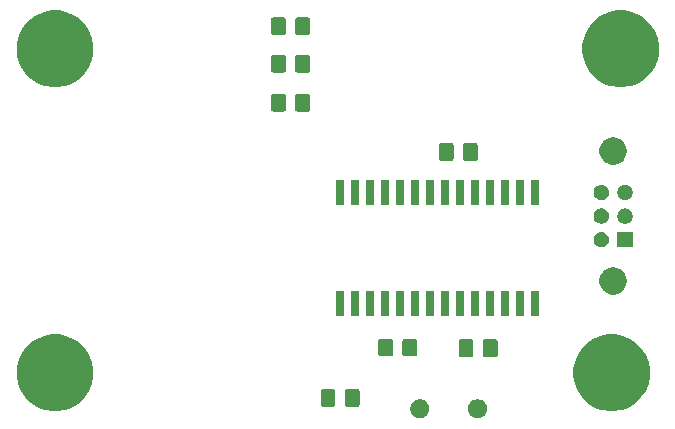
<source format=gbr>
G04 #@! TF.GenerationSoftware,KiCad,Pcbnew,(5.0.0)*
G04 #@! TF.CreationDate,2019-04-17T22:55:46-04:00*
G04 #@! TF.ProjectId,gps,6770732E6B696361645F706362000000,rev?*
G04 #@! TF.SameCoordinates,Original*
G04 #@! TF.FileFunction,Soldermask,Bot*
G04 #@! TF.FilePolarity,Negative*
%FSLAX46Y46*%
G04 Gerber Fmt 4.6, Leading zero omitted, Abs format (unit mm)*
G04 Created by KiCad (PCBNEW (5.0.0)) date 04/17/19 22:55:46*
%MOMM*%
%LPD*%
G01*
G04 APERTURE LIST*
%ADD10C,0.100000*%
G04 APERTURE END LIST*
D10*
G36*
X142676843Y-102607781D02*
X142822615Y-102668162D01*
X142953811Y-102755824D01*
X143065376Y-102867389D01*
X143153038Y-102998585D01*
X143213419Y-103144357D01*
X143244200Y-103299107D01*
X143244200Y-103456893D01*
X143213419Y-103611643D01*
X143153038Y-103757415D01*
X143065376Y-103888611D01*
X142953811Y-104000176D01*
X142822615Y-104087838D01*
X142676843Y-104148219D01*
X142522093Y-104179000D01*
X142364307Y-104179000D01*
X142209557Y-104148219D01*
X142063785Y-104087838D01*
X141932589Y-104000176D01*
X141821024Y-103888611D01*
X141733362Y-103757415D01*
X141672981Y-103611643D01*
X141642200Y-103456893D01*
X141642200Y-103299107D01*
X141672981Y-103144357D01*
X141733362Y-102998585D01*
X141821024Y-102867389D01*
X141932589Y-102755824D01*
X142063785Y-102668162D01*
X142209557Y-102607781D01*
X142364307Y-102577000D01*
X142522093Y-102577000D01*
X142676843Y-102607781D01*
X142676843Y-102607781D01*
G37*
G36*
X137796843Y-102607781D02*
X137942615Y-102668162D01*
X138073811Y-102755824D01*
X138185376Y-102867389D01*
X138273038Y-102998585D01*
X138333419Y-103144357D01*
X138364200Y-103299107D01*
X138364200Y-103456893D01*
X138333419Y-103611643D01*
X138273038Y-103757415D01*
X138185376Y-103888611D01*
X138073811Y-104000176D01*
X137942615Y-104087838D01*
X137796843Y-104148219D01*
X137642093Y-104179000D01*
X137484307Y-104179000D01*
X137329557Y-104148219D01*
X137183785Y-104087838D01*
X137052589Y-104000176D01*
X136941024Y-103888611D01*
X136853362Y-103757415D01*
X136792981Y-103611643D01*
X136762200Y-103456893D01*
X136762200Y-103299107D01*
X136792981Y-103144357D01*
X136853362Y-102998585D01*
X136941024Y-102867389D01*
X137052589Y-102755824D01*
X137183785Y-102668162D01*
X137329557Y-102607781D01*
X137484307Y-102577000D01*
X137642093Y-102577000D01*
X137796843Y-102607781D01*
X137796843Y-102607781D01*
G37*
G36*
X107314239Y-97141467D02*
X107628282Y-97203934D01*
X108219926Y-97449001D01*
X108697899Y-97768373D01*
X108752395Y-97804786D01*
X109205214Y-98257605D01*
X109205216Y-98257608D01*
X109560999Y-98790074D01*
X109806066Y-99381718D01*
X109931000Y-100009804D01*
X109931000Y-100650196D01*
X109806066Y-101278282D01*
X109560999Y-101869926D01*
X109207615Y-102398802D01*
X109205214Y-102402395D01*
X108752395Y-102855214D01*
X108752392Y-102855216D01*
X108219926Y-103210999D01*
X107628282Y-103456066D01*
X107314239Y-103518533D01*
X107000197Y-103581000D01*
X106359803Y-103581000D01*
X106045761Y-103518533D01*
X105731718Y-103456066D01*
X105140074Y-103210999D01*
X104607608Y-102855216D01*
X104607605Y-102855214D01*
X104154786Y-102402395D01*
X104152385Y-102398802D01*
X103799001Y-101869926D01*
X103553934Y-101278282D01*
X103429000Y-100650196D01*
X103429000Y-100009804D01*
X103553934Y-99381718D01*
X103799001Y-98790074D01*
X104154784Y-98257608D01*
X104154786Y-98257605D01*
X104607605Y-97804786D01*
X104662101Y-97768373D01*
X105140074Y-97449001D01*
X105731718Y-97203934D01*
X106045761Y-97141467D01*
X106359803Y-97079000D01*
X107000197Y-97079000D01*
X107314239Y-97141467D01*
X107314239Y-97141467D01*
G37*
G36*
X154431239Y-97141467D02*
X154745282Y-97203934D01*
X155336926Y-97449001D01*
X155814899Y-97768373D01*
X155869395Y-97804786D01*
X156322214Y-98257605D01*
X156322216Y-98257608D01*
X156677999Y-98790074D01*
X156923066Y-99381718D01*
X157048000Y-100009804D01*
X157048000Y-100650196D01*
X156923066Y-101278282D01*
X156677999Y-101869926D01*
X156324615Y-102398802D01*
X156322214Y-102402395D01*
X155869395Y-102855214D01*
X155869392Y-102855216D01*
X155336926Y-103210999D01*
X154745282Y-103456066D01*
X154431239Y-103518533D01*
X154117197Y-103581000D01*
X153476803Y-103581000D01*
X153162761Y-103518533D01*
X152848718Y-103456066D01*
X152257074Y-103210999D01*
X151724608Y-102855216D01*
X151724605Y-102855214D01*
X151271786Y-102402395D01*
X151269385Y-102398802D01*
X150916001Y-101869926D01*
X150670934Y-101278282D01*
X150546000Y-100650196D01*
X150546000Y-100009804D01*
X150670934Y-99381718D01*
X150916001Y-98790074D01*
X151271784Y-98257608D01*
X151271786Y-98257605D01*
X151724605Y-97804786D01*
X151779101Y-97768373D01*
X152257074Y-97449001D01*
X152848718Y-97203934D01*
X153162761Y-97141467D01*
X153476803Y-97079000D01*
X154117197Y-97079000D01*
X154431239Y-97141467D01*
X154431239Y-97141467D01*
G37*
G36*
X130248677Y-101717065D02*
X130286364Y-101728498D01*
X130321103Y-101747066D01*
X130351548Y-101772052D01*
X130376534Y-101802497D01*
X130395102Y-101837236D01*
X130406535Y-101874923D01*
X130411000Y-101920261D01*
X130411000Y-103006939D01*
X130406535Y-103052277D01*
X130395102Y-103089964D01*
X130376534Y-103124703D01*
X130351548Y-103155148D01*
X130321103Y-103180134D01*
X130286364Y-103198702D01*
X130248677Y-103210135D01*
X130203339Y-103214600D01*
X129366661Y-103214600D01*
X129321323Y-103210135D01*
X129283636Y-103198702D01*
X129248897Y-103180134D01*
X129218452Y-103155148D01*
X129193466Y-103124703D01*
X129174898Y-103089964D01*
X129163465Y-103052277D01*
X129159000Y-103006939D01*
X129159000Y-101920261D01*
X129163465Y-101874923D01*
X129174898Y-101837236D01*
X129193466Y-101802497D01*
X129218452Y-101772052D01*
X129248897Y-101747066D01*
X129283636Y-101728498D01*
X129321323Y-101717065D01*
X129366661Y-101712600D01*
X130203339Y-101712600D01*
X130248677Y-101717065D01*
X130248677Y-101717065D01*
G37*
G36*
X132298677Y-101717065D02*
X132336364Y-101728498D01*
X132371103Y-101747066D01*
X132401548Y-101772052D01*
X132426534Y-101802497D01*
X132445102Y-101837236D01*
X132456535Y-101874923D01*
X132461000Y-101920261D01*
X132461000Y-103006939D01*
X132456535Y-103052277D01*
X132445102Y-103089964D01*
X132426534Y-103124703D01*
X132401548Y-103155148D01*
X132371103Y-103180134D01*
X132336364Y-103198702D01*
X132298677Y-103210135D01*
X132253339Y-103214600D01*
X131416661Y-103214600D01*
X131371323Y-103210135D01*
X131333636Y-103198702D01*
X131298897Y-103180134D01*
X131268452Y-103155148D01*
X131243466Y-103124703D01*
X131224898Y-103089964D01*
X131213465Y-103052277D01*
X131209000Y-103006939D01*
X131209000Y-101920261D01*
X131213465Y-101874923D01*
X131224898Y-101837236D01*
X131243466Y-101802497D01*
X131268452Y-101772052D01*
X131298897Y-101747066D01*
X131333636Y-101728498D01*
X131371323Y-101717065D01*
X131416661Y-101712600D01*
X132253339Y-101712600D01*
X132298677Y-101717065D01*
X132298677Y-101717065D01*
G37*
G36*
X141932677Y-97500665D02*
X141970364Y-97512098D01*
X142005103Y-97530666D01*
X142035548Y-97555652D01*
X142060534Y-97586097D01*
X142079102Y-97620836D01*
X142090535Y-97658523D01*
X142095000Y-97703861D01*
X142095000Y-98790539D01*
X142090535Y-98835877D01*
X142079102Y-98873564D01*
X142060534Y-98908303D01*
X142035548Y-98938748D01*
X142005103Y-98963734D01*
X141970364Y-98982302D01*
X141932677Y-98993735D01*
X141887339Y-98998200D01*
X141050661Y-98998200D01*
X141005323Y-98993735D01*
X140967636Y-98982302D01*
X140932897Y-98963734D01*
X140902452Y-98938748D01*
X140877466Y-98908303D01*
X140858898Y-98873564D01*
X140847465Y-98835877D01*
X140843000Y-98790539D01*
X140843000Y-97703861D01*
X140847465Y-97658523D01*
X140858898Y-97620836D01*
X140877466Y-97586097D01*
X140902452Y-97555652D01*
X140932897Y-97530666D01*
X140967636Y-97512098D01*
X141005323Y-97500665D01*
X141050661Y-97496200D01*
X141887339Y-97496200D01*
X141932677Y-97500665D01*
X141932677Y-97500665D01*
G37*
G36*
X143982677Y-97500665D02*
X144020364Y-97512098D01*
X144055103Y-97530666D01*
X144085548Y-97555652D01*
X144110534Y-97586097D01*
X144129102Y-97620836D01*
X144140535Y-97658523D01*
X144145000Y-97703861D01*
X144145000Y-98790539D01*
X144140535Y-98835877D01*
X144129102Y-98873564D01*
X144110534Y-98908303D01*
X144085548Y-98938748D01*
X144055103Y-98963734D01*
X144020364Y-98982302D01*
X143982677Y-98993735D01*
X143937339Y-98998200D01*
X143100661Y-98998200D01*
X143055323Y-98993735D01*
X143017636Y-98982302D01*
X142982897Y-98963734D01*
X142952452Y-98938748D01*
X142927466Y-98908303D01*
X142908898Y-98873564D01*
X142897465Y-98835877D01*
X142893000Y-98790539D01*
X142893000Y-97703861D01*
X142897465Y-97658523D01*
X142908898Y-97620836D01*
X142927466Y-97586097D01*
X142952452Y-97555652D01*
X142982897Y-97530666D01*
X143017636Y-97512098D01*
X143055323Y-97500665D01*
X143100661Y-97496200D01*
X143937339Y-97496200D01*
X143982677Y-97500665D01*
X143982677Y-97500665D01*
G37*
G36*
X135125477Y-97449865D02*
X135163164Y-97461298D01*
X135197903Y-97479866D01*
X135228348Y-97504852D01*
X135253334Y-97535297D01*
X135271902Y-97570036D01*
X135283335Y-97607723D01*
X135287800Y-97653061D01*
X135287800Y-98739739D01*
X135283335Y-98785077D01*
X135271902Y-98822764D01*
X135253334Y-98857503D01*
X135228348Y-98887948D01*
X135197903Y-98912934D01*
X135163164Y-98931502D01*
X135125477Y-98942935D01*
X135080139Y-98947400D01*
X134243461Y-98947400D01*
X134198123Y-98942935D01*
X134160436Y-98931502D01*
X134125697Y-98912934D01*
X134095252Y-98887948D01*
X134070266Y-98857503D01*
X134051698Y-98822764D01*
X134040265Y-98785077D01*
X134035800Y-98739739D01*
X134035800Y-97653061D01*
X134040265Y-97607723D01*
X134051698Y-97570036D01*
X134070266Y-97535297D01*
X134095252Y-97504852D01*
X134125697Y-97479866D01*
X134160436Y-97461298D01*
X134198123Y-97449865D01*
X134243461Y-97445400D01*
X135080139Y-97445400D01*
X135125477Y-97449865D01*
X135125477Y-97449865D01*
G37*
G36*
X137175477Y-97449865D02*
X137213164Y-97461298D01*
X137247903Y-97479866D01*
X137278348Y-97504852D01*
X137303334Y-97535297D01*
X137321902Y-97570036D01*
X137333335Y-97607723D01*
X137337800Y-97653061D01*
X137337800Y-98739739D01*
X137333335Y-98785077D01*
X137321902Y-98822764D01*
X137303334Y-98857503D01*
X137278348Y-98887948D01*
X137247903Y-98912934D01*
X137213164Y-98931502D01*
X137175477Y-98942935D01*
X137130139Y-98947400D01*
X136293461Y-98947400D01*
X136248123Y-98942935D01*
X136210436Y-98931502D01*
X136175697Y-98912934D01*
X136145252Y-98887948D01*
X136120266Y-98857503D01*
X136101698Y-98822764D01*
X136090265Y-98785077D01*
X136085800Y-98739739D01*
X136085800Y-97653061D01*
X136090265Y-97607723D01*
X136101698Y-97570036D01*
X136120266Y-97535297D01*
X136145252Y-97504852D01*
X136175697Y-97479866D01*
X136210436Y-97461298D01*
X136248123Y-97449865D01*
X136293461Y-97445400D01*
X137130139Y-97445400D01*
X137175477Y-97449865D01*
X137175477Y-97449865D01*
G37*
G36*
X146401000Y-95540000D02*
X145699000Y-95540000D01*
X145699000Y-93438000D01*
X146401000Y-93438000D01*
X146401000Y-95540000D01*
X146401000Y-95540000D01*
G37*
G36*
X131161000Y-95540000D02*
X130459000Y-95540000D01*
X130459000Y-93438000D01*
X131161000Y-93438000D01*
X131161000Y-95540000D01*
X131161000Y-95540000D01*
G37*
G36*
X132431000Y-95540000D02*
X131729000Y-95540000D01*
X131729000Y-93438000D01*
X132431000Y-93438000D01*
X132431000Y-95540000D01*
X132431000Y-95540000D01*
G37*
G36*
X133701000Y-95540000D02*
X132999000Y-95540000D01*
X132999000Y-93438000D01*
X133701000Y-93438000D01*
X133701000Y-95540000D01*
X133701000Y-95540000D01*
G37*
G36*
X134971000Y-95540000D02*
X134269000Y-95540000D01*
X134269000Y-93438000D01*
X134971000Y-93438000D01*
X134971000Y-95540000D01*
X134971000Y-95540000D01*
G37*
G36*
X141321000Y-95540000D02*
X140619000Y-95540000D01*
X140619000Y-93438000D01*
X141321000Y-93438000D01*
X141321000Y-95540000D01*
X141321000Y-95540000D01*
G37*
G36*
X142591000Y-95540000D02*
X141889000Y-95540000D01*
X141889000Y-93438000D01*
X142591000Y-93438000D01*
X142591000Y-95540000D01*
X142591000Y-95540000D01*
G37*
G36*
X143861000Y-95540000D02*
X143159000Y-95540000D01*
X143159000Y-93438000D01*
X143861000Y-93438000D01*
X143861000Y-95540000D01*
X143861000Y-95540000D01*
G37*
G36*
X145131000Y-95540000D02*
X144429000Y-95540000D01*
X144429000Y-93438000D01*
X145131000Y-93438000D01*
X145131000Y-95540000D01*
X145131000Y-95540000D01*
G37*
G36*
X147671000Y-95540000D02*
X146969000Y-95540000D01*
X146969000Y-93438000D01*
X147671000Y-93438000D01*
X147671000Y-95540000D01*
X147671000Y-95540000D01*
G37*
G36*
X136241000Y-95540000D02*
X135539000Y-95540000D01*
X135539000Y-93438000D01*
X136241000Y-93438000D01*
X136241000Y-95540000D01*
X136241000Y-95540000D01*
G37*
G36*
X138781000Y-95540000D02*
X138079000Y-95540000D01*
X138079000Y-93438000D01*
X138781000Y-93438000D01*
X138781000Y-95540000D01*
X138781000Y-95540000D01*
G37*
G36*
X140051000Y-95540000D02*
X139349000Y-95540000D01*
X139349000Y-93438000D01*
X140051000Y-93438000D01*
X140051000Y-95540000D01*
X140051000Y-95540000D01*
G37*
G36*
X137511000Y-95540000D02*
X136809000Y-95540000D01*
X136809000Y-93438000D01*
X137511000Y-93438000D01*
X137511000Y-95540000D01*
X137511000Y-95540000D01*
G37*
G36*
X154259734Y-91451732D02*
X154469202Y-91538496D01*
X154657723Y-91664462D01*
X154818038Y-91824777D01*
X154944004Y-92013298D01*
X155030768Y-92222766D01*
X155075000Y-92445135D01*
X155075000Y-92671865D01*
X155030768Y-92894234D01*
X154944004Y-93103702D01*
X154818038Y-93292223D01*
X154657723Y-93452538D01*
X154469202Y-93578504D01*
X154259734Y-93665268D01*
X154037365Y-93709500D01*
X153810635Y-93709500D01*
X153588266Y-93665268D01*
X153378798Y-93578504D01*
X153190277Y-93452538D01*
X153029962Y-93292223D01*
X152903996Y-93103702D01*
X152817232Y-92894234D01*
X152773000Y-92671865D01*
X152773000Y-92445135D01*
X152817232Y-92222766D01*
X152903996Y-92013298D01*
X153029962Y-91824777D01*
X153190277Y-91664462D01*
X153378798Y-91538496D01*
X153588266Y-91451732D01*
X153810635Y-91407500D01*
X154037365Y-91407500D01*
X154259734Y-91451732D01*
X154259734Y-91451732D01*
G37*
G36*
X155575000Y-89709500D02*
X154273000Y-89709500D01*
X154273000Y-88407500D01*
X155575000Y-88407500D01*
X155575000Y-89709500D01*
X155575000Y-89709500D01*
G37*
G36*
X153113890Y-88432517D02*
X153232361Y-88481589D01*
X153338992Y-88552838D01*
X153429662Y-88643508D01*
X153500911Y-88750139D01*
X153549983Y-88868610D01*
X153575000Y-88994381D01*
X153575000Y-89122619D01*
X153549983Y-89248390D01*
X153500911Y-89366861D01*
X153429662Y-89473492D01*
X153338992Y-89564162D01*
X153232361Y-89635411D01*
X153113890Y-89684483D01*
X152988119Y-89709500D01*
X152859881Y-89709500D01*
X152734110Y-89684483D01*
X152615639Y-89635411D01*
X152509008Y-89564162D01*
X152418338Y-89473492D01*
X152347089Y-89366861D01*
X152298017Y-89248390D01*
X152273000Y-89122619D01*
X152273000Y-88994381D01*
X152298017Y-88868610D01*
X152347089Y-88750139D01*
X152418338Y-88643508D01*
X152509008Y-88552838D01*
X152615639Y-88481589D01*
X152734110Y-88432517D01*
X152859881Y-88407500D01*
X152988119Y-88407500D01*
X153113890Y-88432517D01*
X153113890Y-88432517D01*
G37*
G36*
X153113890Y-86432517D02*
X153232361Y-86481589D01*
X153338992Y-86552838D01*
X153429662Y-86643508D01*
X153500911Y-86750139D01*
X153549983Y-86868610D01*
X153575000Y-86994381D01*
X153575000Y-87122619D01*
X153549983Y-87248390D01*
X153500911Y-87366861D01*
X153429662Y-87473492D01*
X153338992Y-87564162D01*
X153232361Y-87635411D01*
X153113890Y-87684483D01*
X152988119Y-87709500D01*
X152859881Y-87709500D01*
X152734110Y-87684483D01*
X152615639Y-87635411D01*
X152509008Y-87564162D01*
X152418338Y-87473492D01*
X152347089Y-87366861D01*
X152298017Y-87248390D01*
X152273000Y-87122619D01*
X152273000Y-86994381D01*
X152298017Y-86868610D01*
X152347089Y-86750139D01*
X152418338Y-86643508D01*
X152509008Y-86552838D01*
X152615639Y-86481589D01*
X152734110Y-86432517D01*
X152859881Y-86407500D01*
X152988119Y-86407500D01*
X153113890Y-86432517D01*
X153113890Y-86432517D01*
G37*
G36*
X155113890Y-86432517D02*
X155232361Y-86481589D01*
X155338992Y-86552838D01*
X155429662Y-86643508D01*
X155500911Y-86750139D01*
X155549983Y-86868610D01*
X155575000Y-86994381D01*
X155575000Y-87122619D01*
X155549983Y-87248390D01*
X155500911Y-87366861D01*
X155429662Y-87473492D01*
X155338992Y-87564162D01*
X155232361Y-87635411D01*
X155113890Y-87684483D01*
X154988119Y-87709500D01*
X154859881Y-87709500D01*
X154734110Y-87684483D01*
X154615639Y-87635411D01*
X154509008Y-87564162D01*
X154418338Y-87473492D01*
X154347089Y-87366861D01*
X154298017Y-87248390D01*
X154273000Y-87122619D01*
X154273000Y-86994381D01*
X154298017Y-86868610D01*
X154347089Y-86750139D01*
X154418338Y-86643508D01*
X154509008Y-86552838D01*
X154615639Y-86481589D01*
X154734110Y-86432517D01*
X154859881Y-86407500D01*
X154988119Y-86407500D01*
X155113890Y-86432517D01*
X155113890Y-86432517D01*
G37*
G36*
X147671000Y-86140000D02*
X146969000Y-86140000D01*
X146969000Y-84038000D01*
X147671000Y-84038000D01*
X147671000Y-86140000D01*
X147671000Y-86140000D01*
G37*
G36*
X146401000Y-86140000D02*
X145699000Y-86140000D01*
X145699000Y-84038000D01*
X146401000Y-84038000D01*
X146401000Y-86140000D01*
X146401000Y-86140000D01*
G37*
G36*
X145131000Y-86140000D02*
X144429000Y-86140000D01*
X144429000Y-84038000D01*
X145131000Y-84038000D01*
X145131000Y-86140000D01*
X145131000Y-86140000D01*
G37*
G36*
X143861000Y-86140000D02*
X143159000Y-86140000D01*
X143159000Y-84038000D01*
X143861000Y-84038000D01*
X143861000Y-86140000D01*
X143861000Y-86140000D01*
G37*
G36*
X142591000Y-86140000D02*
X141889000Y-86140000D01*
X141889000Y-84038000D01*
X142591000Y-84038000D01*
X142591000Y-86140000D01*
X142591000Y-86140000D01*
G37*
G36*
X137511000Y-86140000D02*
X136809000Y-86140000D01*
X136809000Y-84038000D01*
X137511000Y-84038000D01*
X137511000Y-86140000D01*
X137511000Y-86140000D01*
G37*
G36*
X140051000Y-86140000D02*
X139349000Y-86140000D01*
X139349000Y-84038000D01*
X140051000Y-84038000D01*
X140051000Y-86140000D01*
X140051000Y-86140000D01*
G37*
G36*
X138781000Y-86140000D02*
X138079000Y-86140000D01*
X138079000Y-84038000D01*
X138781000Y-84038000D01*
X138781000Y-86140000D01*
X138781000Y-86140000D01*
G37*
G36*
X136241000Y-86140000D02*
X135539000Y-86140000D01*
X135539000Y-84038000D01*
X136241000Y-84038000D01*
X136241000Y-86140000D01*
X136241000Y-86140000D01*
G37*
G36*
X134971000Y-86140000D02*
X134269000Y-86140000D01*
X134269000Y-84038000D01*
X134971000Y-84038000D01*
X134971000Y-86140000D01*
X134971000Y-86140000D01*
G37*
G36*
X133701000Y-86140000D02*
X132999000Y-86140000D01*
X132999000Y-84038000D01*
X133701000Y-84038000D01*
X133701000Y-86140000D01*
X133701000Y-86140000D01*
G37*
G36*
X132431000Y-86140000D02*
X131729000Y-86140000D01*
X131729000Y-84038000D01*
X132431000Y-84038000D01*
X132431000Y-86140000D01*
X132431000Y-86140000D01*
G37*
G36*
X131161000Y-86140000D02*
X130459000Y-86140000D01*
X130459000Y-84038000D01*
X131161000Y-84038000D01*
X131161000Y-86140000D01*
X131161000Y-86140000D01*
G37*
G36*
X141321000Y-86140000D02*
X140619000Y-86140000D01*
X140619000Y-84038000D01*
X141321000Y-84038000D01*
X141321000Y-86140000D01*
X141321000Y-86140000D01*
G37*
G36*
X153113890Y-84432517D02*
X153232361Y-84481589D01*
X153338992Y-84552838D01*
X153429662Y-84643508D01*
X153500911Y-84750139D01*
X153549983Y-84868610D01*
X153575000Y-84994381D01*
X153575000Y-85122619D01*
X153549983Y-85248390D01*
X153500911Y-85366861D01*
X153429662Y-85473492D01*
X153338992Y-85564162D01*
X153232361Y-85635411D01*
X153113890Y-85684483D01*
X152988119Y-85709500D01*
X152859881Y-85709500D01*
X152734110Y-85684483D01*
X152615639Y-85635411D01*
X152509008Y-85564162D01*
X152418338Y-85473492D01*
X152347089Y-85366861D01*
X152298017Y-85248390D01*
X152273000Y-85122619D01*
X152273000Y-84994381D01*
X152298017Y-84868610D01*
X152347089Y-84750139D01*
X152418338Y-84643508D01*
X152509008Y-84552838D01*
X152615639Y-84481589D01*
X152734110Y-84432517D01*
X152859881Y-84407500D01*
X152988119Y-84407500D01*
X153113890Y-84432517D01*
X153113890Y-84432517D01*
G37*
G36*
X155113890Y-84432517D02*
X155232361Y-84481589D01*
X155338992Y-84552838D01*
X155429662Y-84643508D01*
X155500911Y-84750139D01*
X155549983Y-84868610D01*
X155575000Y-84994381D01*
X155575000Y-85122619D01*
X155549983Y-85248390D01*
X155500911Y-85366861D01*
X155429662Y-85473492D01*
X155338992Y-85564162D01*
X155232361Y-85635411D01*
X155113890Y-85684483D01*
X154988119Y-85709500D01*
X154859881Y-85709500D01*
X154734110Y-85684483D01*
X154615639Y-85635411D01*
X154509008Y-85564162D01*
X154418338Y-85473492D01*
X154347089Y-85366861D01*
X154298017Y-85248390D01*
X154273000Y-85122619D01*
X154273000Y-84994381D01*
X154298017Y-84868610D01*
X154347089Y-84750139D01*
X154418338Y-84643508D01*
X154509008Y-84552838D01*
X154615639Y-84481589D01*
X154734110Y-84432517D01*
X154859881Y-84407500D01*
X154988119Y-84407500D01*
X155113890Y-84432517D01*
X155113890Y-84432517D01*
G37*
G36*
X154259734Y-80451732D02*
X154469202Y-80538496D01*
X154657723Y-80664462D01*
X154818038Y-80824777D01*
X154944004Y-81013298D01*
X155030768Y-81222766D01*
X155075000Y-81445135D01*
X155075000Y-81671865D01*
X155030768Y-81894234D01*
X154944004Y-82103702D01*
X154818038Y-82292223D01*
X154657723Y-82452538D01*
X154469202Y-82578504D01*
X154259734Y-82665268D01*
X154037365Y-82709500D01*
X153810635Y-82709500D01*
X153588266Y-82665268D01*
X153378798Y-82578504D01*
X153190277Y-82452538D01*
X153029962Y-82292223D01*
X152903996Y-82103702D01*
X152817232Y-81894234D01*
X152773000Y-81671865D01*
X152773000Y-81445135D01*
X152817232Y-81222766D01*
X152903996Y-81013298D01*
X153029962Y-80824777D01*
X153190277Y-80664462D01*
X153378798Y-80538496D01*
X153588266Y-80451732D01*
X153810635Y-80407500D01*
X154037365Y-80407500D01*
X154259734Y-80451732D01*
X154259734Y-80451732D01*
G37*
G36*
X140256277Y-80889065D02*
X140293964Y-80900498D01*
X140328703Y-80919066D01*
X140359148Y-80944052D01*
X140384134Y-80974497D01*
X140402702Y-81009236D01*
X140414135Y-81046923D01*
X140418600Y-81092261D01*
X140418600Y-82178939D01*
X140414135Y-82224277D01*
X140402702Y-82261964D01*
X140384134Y-82296703D01*
X140359148Y-82327148D01*
X140328703Y-82352134D01*
X140293964Y-82370702D01*
X140256277Y-82382135D01*
X140210939Y-82386600D01*
X139374261Y-82386600D01*
X139328923Y-82382135D01*
X139291236Y-82370702D01*
X139256497Y-82352134D01*
X139226052Y-82327148D01*
X139201066Y-82296703D01*
X139182498Y-82261964D01*
X139171065Y-82224277D01*
X139166600Y-82178939D01*
X139166600Y-81092261D01*
X139171065Y-81046923D01*
X139182498Y-81009236D01*
X139201066Y-80974497D01*
X139226052Y-80944052D01*
X139256497Y-80919066D01*
X139291236Y-80900498D01*
X139328923Y-80889065D01*
X139374261Y-80884600D01*
X140210939Y-80884600D01*
X140256277Y-80889065D01*
X140256277Y-80889065D01*
G37*
G36*
X142306277Y-80889065D02*
X142343964Y-80900498D01*
X142378703Y-80919066D01*
X142409148Y-80944052D01*
X142434134Y-80974497D01*
X142452702Y-81009236D01*
X142464135Y-81046923D01*
X142468600Y-81092261D01*
X142468600Y-82178939D01*
X142464135Y-82224277D01*
X142452702Y-82261964D01*
X142434134Y-82296703D01*
X142409148Y-82327148D01*
X142378703Y-82352134D01*
X142343964Y-82370702D01*
X142306277Y-82382135D01*
X142260939Y-82386600D01*
X141424261Y-82386600D01*
X141378923Y-82382135D01*
X141341236Y-82370702D01*
X141306497Y-82352134D01*
X141276052Y-82327148D01*
X141251066Y-82296703D01*
X141232498Y-82261964D01*
X141221065Y-82224277D01*
X141216600Y-82178939D01*
X141216600Y-81092261D01*
X141221065Y-81046923D01*
X141232498Y-81009236D01*
X141251066Y-80974497D01*
X141276052Y-80944052D01*
X141306497Y-80919066D01*
X141341236Y-80900498D01*
X141378923Y-80889065D01*
X141424261Y-80884600D01*
X142260939Y-80884600D01*
X142306277Y-80889065D01*
X142306277Y-80889065D01*
G37*
G36*
X128107677Y-76723465D02*
X128145364Y-76734898D01*
X128180103Y-76753466D01*
X128210548Y-76778452D01*
X128235534Y-76808897D01*
X128254102Y-76843636D01*
X128265535Y-76881323D01*
X128270000Y-76926661D01*
X128270000Y-78013339D01*
X128265535Y-78058677D01*
X128254102Y-78096364D01*
X128235534Y-78131103D01*
X128210548Y-78161548D01*
X128180103Y-78186534D01*
X128145364Y-78205102D01*
X128107677Y-78216535D01*
X128062339Y-78221000D01*
X127225661Y-78221000D01*
X127180323Y-78216535D01*
X127142636Y-78205102D01*
X127107897Y-78186534D01*
X127077452Y-78161548D01*
X127052466Y-78131103D01*
X127033898Y-78096364D01*
X127022465Y-78058677D01*
X127018000Y-78013339D01*
X127018000Y-76926661D01*
X127022465Y-76881323D01*
X127033898Y-76843636D01*
X127052466Y-76808897D01*
X127077452Y-76778452D01*
X127107897Y-76753466D01*
X127142636Y-76734898D01*
X127180323Y-76723465D01*
X127225661Y-76719000D01*
X128062339Y-76719000D01*
X128107677Y-76723465D01*
X128107677Y-76723465D01*
G37*
G36*
X126057677Y-76723465D02*
X126095364Y-76734898D01*
X126130103Y-76753466D01*
X126160548Y-76778452D01*
X126185534Y-76808897D01*
X126204102Y-76843636D01*
X126215535Y-76881323D01*
X126220000Y-76926661D01*
X126220000Y-78013339D01*
X126215535Y-78058677D01*
X126204102Y-78096364D01*
X126185534Y-78131103D01*
X126160548Y-78161548D01*
X126130103Y-78186534D01*
X126095364Y-78205102D01*
X126057677Y-78216535D01*
X126012339Y-78221000D01*
X125175661Y-78221000D01*
X125130323Y-78216535D01*
X125092636Y-78205102D01*
X125057897Y-78186534D01*
X125027452Y-78161548D01*
X125002466Y-78131103D01*
X124983898Y-78096364D01*
X124972465Y-78058677D01*
X124968000Y-78013339D01*
X124968000Y-76926661D01*
X124972465Y-76881323D01*
X124983898Y-76843636D01*
X125002466Y-76808897D01*
X125027452Y-76778452D01*
X125057897Y-76753466D01*
X125092636Y-76734898D01*
X125130323Y-76723465D01*
X125175661Y-76719000D01*
X126012339Y-76719000D01*
X126057677Y-76723465D01*
X126057677Y-76723465D01*
G37*
G36*
X155193239Y-69709467D02*
X155507282Y-69771934D01*
X156098926Y-70017001D01*
X156443487Y-70247230D01*
X156631395Y-70372786D01*
X157084214Y-70825605D01*
X157084216Y-70825608D01*
X157439999Y-71358074D01*
X157685066Y-71949718D01*
X157685066Y-71949719D01*
X157810000Y-72577803D01*
X157810000Y-73218197D01*
X157769567Y-73421465D01*
X157685066Y-73846282D01*
X157439999Y-74437926D01*
X157118555Y-74919000D01*
X157084214Y-74970395D01*
X156631395Y-75423214D01*
X156631392Y-75423216D01*
X156098926Y-75778999D01*
X155507282Y-76024066D01*
X155193239Y-76086533D01*
X154879197Y-76149000D01*
X154238803Y-76149000D01*
X153924761Y-76086533D01*
X153610718Y-76024066D01*
X153019074Y-75778999D01*
X152486608Y-75423216D01*
X152486605Y-75423214D01*
X152033786Y-74970395D01*
X151999445Y-74919000D01*
X151678001Y-74437926D01*
X151432934Y-73846282D01*
X151348433Y-73421465D01*
X151308000Y-73218197D01*
X151308000Y-72577803D01*
X151432934Y-71949719D01*
X151432934Y-71949718D01*
X151678001Y-71358074D01*
X152033784Y-70825608D01*
X152033786Y-70825605D01*
X152486605Y-70372786D01*
X152674513Y-70247230D01*
X153019074Y-70017001D01*
X153610718Y-69771934D01*
X153924761Y-69709467D01*
X154238803Y-69647000D01*
X154879197Y-69647000D01*
X155193239Y-69709467D01*
X155193239Y-69709467D01*
G37*
G36*
X107314239Y-69709467D02*
X107628282Y-69771934D01*
X108219926Y-70017001D01*
X108564487Y-70247230D01*
X108752395Y-70372786D01*
X109205214Y-70825605D01*
X109205216Y-70825608D01*
X109560999Y-71358074D01*
X109806066Y-71949718D01*
X109806066Y-71949719D01*
X109931000Y-72577803D01*
X109931000Y-73218197D01*
X109890567Y-73421465D01*
X109806066Y-73846282D01*
X109560999Y-74437926D01*
X109239555Y-74919000D01*
X109205214Y-74970395D01*
X108752395Y-75423214D01*
X108752392Y-75423216D01*
X108219926Y-75778999D01*
X107628282Y-76024066D01*
X107314239Y-76086533D01*
X107000197Y-76149000D01*
X106359803Y-76149000D01*
X106045761Y-76086533D01*
X105731718Y-76024066D01*
X105140074Y-75778999D01*
X104607608Y-75423216D01*
X104607605Y-75423214D01*
X104154786Y-74970395D01*
X104120445Y-74919000D01*
X103799001Y-74437926D01*
X103553934Y-73846282D01*
X103469433Y-73421465D01*
X103429000Y-73218197D01*
X103429000Y-72577803D01*
X103553934Y-71949719D01*
X103553934Y-71949718D01*
X103799001Y-71358074D01*
X104154784Y-70825608D01*
X104154786Y-70825605D01*
X104607605Y-70372786D01*
X104795513Y-70247230D01*
X105140074Y-70017001D01*
X105731718Y-69771934D01*
X106045761Y-69709467D01*
X106359803Y-69647000D01*
X107000197Y-69647000D01*
X107314239Y-69709467D01*
X107314239Y-69709467D01*
G37*
G36*
X128107677Y-73421465D02*
X128145364Y-73432898D01*
X128180103Y-73451466D01*
X128210548Y-73476452D01*
X128235534Y-73506897D01*
X128254102Y-73541636D01*
X128265535Y-73579323D01*
X128270000Y-73624661D01*
X128270000Y-74711339D01*
X128265535Y-74756677D01*
X128254102Y-74794364D01*
X128235534Y-74829103D01*
X128210548Y-74859548D01*
X128180103Y-74884534D01*
X128145364Y-74903102D01*
X128107677Y-74914535D01*
X128062339Y-74919000D01*
X127225661Y-74919000D01*
X127180323Y-74914535D01*
X127142636Y-74903102D01*
X127107897Y-74884534D01*
X127077452Y-74859548D01*
X127052466Y-74829103D01*
X127033898Y-74794364D01*
X127022465Y-74756677D01*
X127018000Y-74711339D01*
X127018000Y-73624661D01*
X127022465Y-73579323D01*
X127033898Y-73541636D01*
X127052466Y-73506897D01*
X127077452Y-73476452D01*
X127107897Y-73451466D01*
X127142636Y-73432898D01*
X127180323Y-73421465D01*
X127225661Y-73417000D01*
X128062339Y-73417000D01*
X128107677Y-73421465D01*
X128107677Y-73421465D01*
G37*
G36*
X126057677Y-73421465D02*
X126095364Y-73432898D01*
X126130103Y-73451466D01*
X126160548Y-73476452D01*
X126185534Y-73506897D01*
X126204102Y-73541636D01*
X126215535Y-73579323D01*
X126220000Y-73624661D01*
X126220000Y-74711339D01*
X126215535Y-74756677D01*
X126204102Y-74794364D01*
X126185534Y-74829103D01*
X126160548Y-74859548D01*
X126130103Y-74884534D01*
X126095364Y-74903102D01*
X126057677Y-74914535D01*
X126012339Y-74919000D01*
X125175661Y-74919000D01*
X125130323Y-74914535D01*
X125092636Y-74903102D01*
X125057897Y-74884534D01*
X125027452Y-74859548D01*
X125002466Y-74829103D01*
X124983898Y-74794364D01*
X124972465Y-74756677D01*
X124968000Y-74711339D01*
X124968000Y-73624661D01*
X124972465Y-73579323D01*
X124983898Y-73541636D01*
X125002466Y-73506897D01*
X125027452Y-73476452D01*
X125057897Y-73451466D01*
X125092636Y-73432898D01*
X125130323Y-73421465D01*
X125175661Y-73417000D01*
X126012339Y-73417000D01*
X126057677Y-73421465D01*
X126057677Y-73421465D01*
G37*
G36*
X128107677Y-70246465D02*
X128145364Y-70257898D01*
X128180103Y-70276466D01*
X128210548Y-70301452D01*
X128235534Y-70331897D01*
X128254102Y-70366636D01*
X128265535Y-70404323D01*
X128270000Y-70449661D01*
X128270000Y-71536339D01*
X128265535Y-71581677D01*
X128254102Y-71619364D01*
X128235534Y-71654103D01*
X128210548Y-71684548D01*
X128180103Y-71709534D01*
X128145364Y-71728102D01*
X128107677Y-71739535D01*
X128062339Y-71744000D01*
X127225661Y-71744000D01*
X127180323Y-71739535D01*
X127142636Y-71728102D01*
X127107897Y-71709534D01*
X127077452Y-71684548D01*
X127052466Y-71654103D01*
X127033898Y-71619364D01*
X127022465Y-71581677D01*
X127018000Y-71536339D01*
X127018000Y-70449661D01*
X127022465Y-70404323D01*
X127033898Y-70366636D01*
X127052466Y-70331897D01*
X127077452Y-70301452D01*
X127107897Y-70276466D01*
X127142636Y-70257898D01*
X127180323Y-70246465D01*
X127225661Y-70242000D01*
X128062339Y-70242000D01*
X128107677Y-70246465D01*
X128107677Y-70246465D01*
G37*
G36*
X126057677Y-70246465D02*
X126095364Y-70257898D01*
X126130103Y-70276466D01*
X126160548Y-70301452D01*
X126185534Y-70331897D01*
X126204102Y-70366636D01*
X126215535Y-70404323D01*
X126220000Y-70449661D01*
X126220000Y-71536339D01*
X126215535Y-71581677D01*
X126204102Y-71619364D01*
X126185534Y-71654103D01*
X126160548Y-71684548D01*
X126130103Y-71709534D01*
X126095364Y-71728102D01*
X126057677Y-71739535D01*
X126012339Y-71744000D01*
X125175661Y-71744000D01*
X125130323Y-71739535D01*
X125092636Y-71728102D01*
X125057897Y-71709534D01*
X125027452Y-71684548D01*
X125002466Y-71654103D01*
X124983898Y-71619364D01*
X124972465Y-71581677D01*
X124968000Y-71536339D01*
X124968000Y-70449661D01*
X124972465Y-70404323D01*
X124983898Y-70366636D01*
X125002466Y-70331897D01*
X125027452Y-70301452D01*
X125057897Y-70276466D01*
X125092636Y-70257898D01*
X125130323Y-70246465D01*
X125175661Y-70242000D01*
X126012339Y-70242000D01*
X126057677Y-70246465D01*
X126057677Y-70246465D01*
G37*
M02*

</source>
